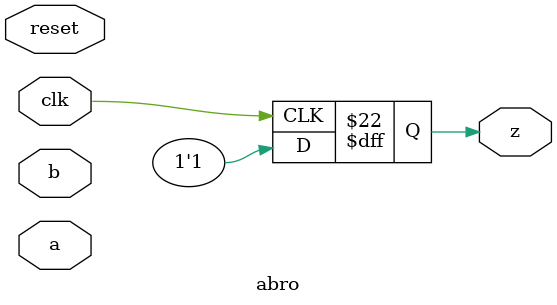
<source format=v>
module abro(
input clk,
input reset,
input a,
input b,
output z );
parameter IDLE = 0,
SA = 1,
SB = 2,
SAB = 3;
reg [1:0] cur_state,next_state;
// The output z is high when 1 is received for signals a and b in any order.
// If cur_state is IDLE and a and b are both high, state changes to SAB
// If cur_state is IDLE, and a is high, state changes to SA
// If cur_state is IDLE, and b is high, state changes to SB
// If cur_state is SA, and b is high, state changes to SAB
// If cur_state is SB, and a is high, state changes to SAB
// If cur_state is SAB, state changes to IDLE
// z is assigned one when cur_state is SAB
always @(posedge clk)
begin
  cur_state <= IDLE;
  if(a == 1 && b == 1)
  begin
    next_state <= SAB;
    z <= 1;
  end
  else if(a == 1)
  begin
    next_state <= SA;
    z <= 1;
  end
  else if(b == 1)
  begin
    next_state <= SB;
    z <= 1;
  end
  else
  begin
    next_state <= IDLE;
    z <= 1;
  end
end
endmodule

</source>
